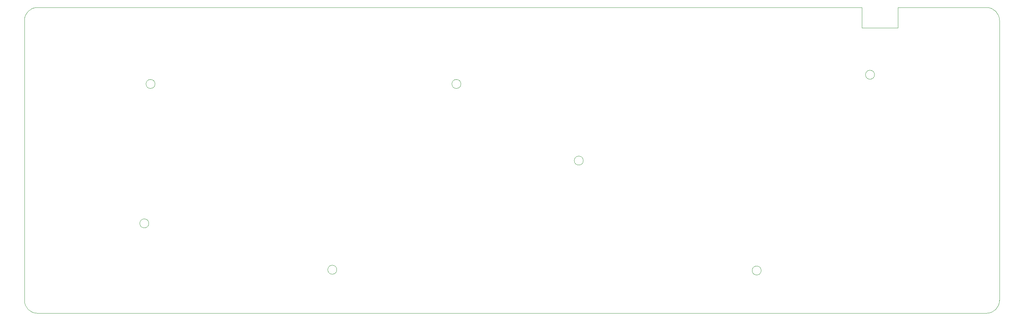
<source format=gbr>
%TF.GenerationSoftware,KiCad,Pcbnew,8.0.5*%
%TF.CreationDate,2024-12-22T15:25:04+01:00*%
%TF.ProjectId,toprevan V2,746f7072-6576-4616-9e20-56322e6b6963,rev?*%
%TF.SameCoordinates,Original*%
%TF.FileFunction,Profile,NP*%
%FSLAX46Y46*%
G04 Gerber Fmt 4.6, Leading zero omitted, Abs format (unit mm)*
G04 Created by KiCad (PCBNEW 8.0.5) date 2024-12-22 15:25:04*
%MOMM*%
%LPD*%
G01*
G04 APERTURE LIST*
%TA.AperFunction,Profile*%
%ADD10C,0.050000*%
%TD*%
%TA.AperFunction,Profile*%
%ADD11C,0.100000*%
%TD*%
G04 APERTURE END LIST*
D10*
X231650841Y-26464947D02*
X240591470Y-26464947D01*
D11*
X162228577Y-59581749D02*
G75*
G02*
X159983513Y-59581749I-1122532J0D01*
G01*
X159983513Y-59581749D02*
G75*
G02*
X162228577Y-59581749I1122532J0D01*
G01*
D10*
X23018750Y-94456250D02*
X23018750Y-24606250D01*
D11*
X131741284Y-40480488D02*
G75*
G02*
X129496220Y-40480488I-1122532J0D01*
G01*
X129496220Y-40480488D02*
G75*
G02*
X131741284Y-40480488I1122532J0D01*
G01*
D10*
X265906250Y-94456250D02*
G75*
G02*
X262731250Y-97631250I-3175050J50D01*
G01*
D11*
X100824688Y-86781651D02*
G75*
G02*
X98579624Y-86781651I-1122532J0D01*
G01*
X98579624Y-86781651D02*
G75*
G02*
X100824688Y-86781651I1122532J0D01*
G01*
X206545172Y-86981651D02*
G75*
G02*
X204300108Y-86981651I-1122532J0D01*
G01*
X204300108Y-86981651D02*
G75*
G02*
X206545172Y-86981651I1122532J0D01*
G01*
D10*
X231652712Y-21431250D02*
X231650841Y-26464947D01*
X23018750Y-24606250D02*
G75*
G02*
X26193750Y-21431250I3175000J0D01*
G01*
X231652712Y-21431250D02*
X26193750Y-21431250D01*
D11*
X55541284Y-40480488D02*
G75*
G02*
X53296220Y-40480488I-1122532J0D01*
G01*
X53296220Y-40480488D02*
G75*
G02*
X55541284Y-40480488I1122532J0D01*
G01*
X53991284Y-75231651D02*
G75*
G02*
X51746220Y-75231651I-1122532J0D01*
G01*
X51746220Y-75231651D02*
G75*
G02*
X53991284Y-75231651I1122532J0D01*
G01*
D10*
X262731250Y-21431250D02*
X240592712Y-21431250D01*
X262731250Y-21431250D02*
G75*
G02*
X265906250Y-24606250I-50J-3175050D01*
G01*
D11*
X234778577Y-38181750D02*
G75*
G02*
X232533513Y-38181750I-1122532J0D01*
G01*
X232533513Y-38181750D02*
G75*
G02*
X234778577Y-38181750I1122532J0D01*
G01*
D10*
X262731250Y-97631250D02*
X26193750Y-97631250D01*
X265906250Y-24606250D02*
X265906250Y-94456250D01*
X26193750Y-97631250D02*
G75*
G02*
X23018750Y-94456250I0J3175000D01*
G01*
X240591470Y-26464947D02*
X240592712Y-21431250D01*
M02*

</source>
